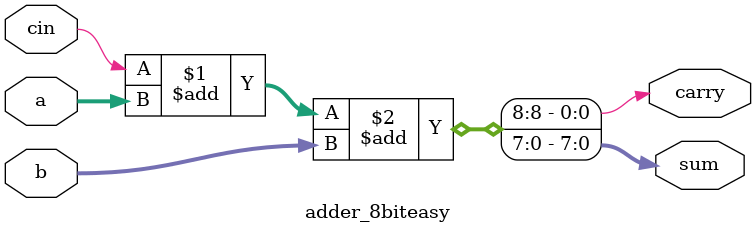
<source format=v>


module adder_8biteasy ( input [7:0] a,
            input [7:0] b,
            input cin,
            output [7:0] sum,
            output carry);


assign {carry, sum} = cin + a + b;

endmodule

</source>
